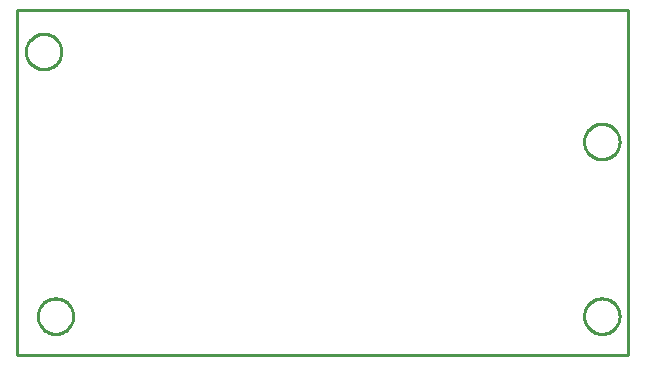
<source format=gbr>
G04 EAGLE Gerber RS-274X export*
G75*
%MOMM*%
%FSLAX34Y34*%
%LPD*%
%AMOC8*
5,1,8,0,0,1.08239X$1,22.5*%
G01*
%ADD10C,0.254000*%


D10*
X0Y508000D02*
X517400Y508000D01*
X517400Y800000D01*
X0Y800000D01*
X0Y508000D01*
X37700Y764164D02*
X37624Y763096D01*
X37471Y762035D01*
X37243Y760988D01*
X36941Y759960D01*
X36567Y758956D01*
X36122Y757981D01*
X35608Y757041D01*
X35029Y756140D01*
X34387Y755282D01*
X33685Y754472D01*
X32928Y753715D01*
X32118Y753013D01*
X31260Y752371D01*
X30359Y751792D01*
X29419Y751278D01*
X28444Y750833D01*
X27440Y750459D01*
X26412Y750157D01*
X25365Y749929D01*
X24304Y749776D01*
X23236Y749700D01*
X22164Y749700D01*
X21096Y749776D01*
X20035Y749929D01*
X18988Y750157D01*
X17960Y750459D01*
X16956Y750833D01*
X15981Y751278D01*
X15041Y751792D01*
X14140Y752371D01*
X13282Y753013D01*
X12472Y753715D01*
X11715Y754472D01*
X11013Y755282D01*
X10371Y756140D01*
X9792Y757041D01*
X9278Y757981D01*
X8833Y758956D01*
X8459Y759960D01*
X8157Y760988D01*
X7929Y762035D01*
X7776Y763096D01*
X7700Y764164D01*
X7700Y765236D01*
X7776Y766304D01*
X7929Y767365D01*
X8157Y768412D01*
X8459Y769440D01*
X8833Y770444D01*
X9278Y771419D01*
X9792Y772359D01*
X10371Y773260D01*
X11013Y774118D01*
X11715Y774928D01*
X12472Y775685D01*
X13282Y776387D01*
X14140Y777029D01*
X15041Y777608D01*
X15981Y778122D01*
X16956Y778567D01*
X17960Y778941D01*
X18988Y779243D01*
X20035Y779471D01*
X21096Y779624D01*
X22164Y779700D01*
X23236Y779700D01*
X24304Y779624D01*
X25365Y779471D01*
X26412Y779243D01*
X27440Y778941D01*
X28444Y778567D01*
X29419Y778122D01*
X30359Y777608D01*
X31260Y777029D01*
X32118Y776387D01*
X32928Y775685D01*
X33685Y774928D01*
X34387Y774118D01*
X35029Y773260D01*
X35608Y772359D01*
X36122Y771419D01*
X36567Y770444D01*
X36941Y769440D01*
X37243Y768412D01*
X37471Y767365D01*
X37624Y766304D01*
X37700Y765236D01*
X37700Y764164D01*
X47700Y540164D02*
X47624Y539096D01*
X47471Y538035D01*
X47243Y536988D01*
X46941Y535960D01*
X46567Y534956D01*
X46122Y533981D01*
X45608Y533041D01*
X45029Y532140D01*
X44387Y531282D01*
X43685Y530472D01*
X42928Y529715D01*
X42118Y529013D01*
X41260Y528371D01*
X40359Y527792D01*
X39419Y527278D01*
X38444Y526833D01*
X37440Y526459D01*
X36412Y526157D01*
X35365Y525929D01*
X34304Y525776D01*
X33236Y525700D01*
X32164Y525700D01*
X31096Y525776D01*
X30035Y525929D01*
X28988Y526157D01*
X27960Y526459D01*
X26956Y526833D01*
X25981Y527278D01*
X25041Y527792D01*
X24140Y528371D01*
X23282Y529013D01*
X22472Y529715D01*
X21715Y530472D01*
X21013Y531282D01*
X20371Y532140D01*
X19792Y533041D01*
X19278Y533981D01*
X18833Y534956D01*
X18459Y535960D01*
X18157Y536988D01*
X17929Y538035D01*
X17776Y539096D01*
X17700Y540164D01*
X17700Y541236D01*
X17776Y542304D01*
X17929Y543365D01*
X18157Y544412D01*
X18459Y545440D01*
X18833Y546444D01*
X19278Y547419D01*
X19792Y548359D01*
X20371Y549260D01*
X21013Y550118D01*
X21715Y550928D01*
X22472Y551685D01*
X23282Y552387D01*
X24140Y553029D01*
X25041Y553608D01*
X25981Y554122D01*
X26956Y554567D01*
X27960Y554941D01*
X28988Y555243D01*
X30035Y555471D01*
X31096Y555624D01*
X32164Y555700D01*
X33236Y555700D01*
X34304Y555624D01*
X35365Y555471D01*
X36412Y555243D01*
X37440Y554941D01*
X38444Y554567D01*
X39419Y554122D01*
X40359Y553608D01*
X41260Y553029D01*
X42118Y552387D01*
X42928Y551685D01*
X43685Y550928D01*
X44387Y550118D01*
X45029Y549260D01*
X45608Y548359D01*
X46122Y547419D01*
X46567Y546444D01*
X46941Y545440D01*
X47243Y544412D01*
X47471Y543365D01*
X47624Y542304D01*
X47700Y541236D01*
X47700Y540164D01*
X510300Y540164D02*
X510224Y539096D01*
X510071Y538035D01*
X509843Y536988D01*
X509541Y535960D01*
X509167Y534956D01*
X508722Y533981D01*
X508208Y533041D01*
X507629Y532140D01*
X506987Y531282D01*
X506285Y530472D01*
X505528Y529715D01*
X504718Y529013D01*
X503860Y528371D01*
X502959Y527792D01*
X502019Y527278D01*
X501044Y526833D01*
X500040Y526459D01*
X499012Y526157D01*
X497965Y525929D01*
X496904Y525776D01*
X495836Y525700D01*
X494764Y525700D01*
X493696Y525776D01*
X492635Y525929D01*
X491588Y526157D01*
X490560Y526459D01*
X489556Y526833D01*
X488581Y527278D01*
X487641Y527792D01*
X486740Y528371D01*
X485882Y529013D01*
X485072Y529715D01*
X484315Y530472D01*
X483613Y531282D01*
X482971Y532140D01*
X482392Y533041D01*
X481878Y533981D01*
X481433Y534956D01*
X481059Y535960D01*
X480757Y536988D01*
X480529Y538035D01*
X480376Y539096D01*
X480300Y540164D01*
X480300Y541236D01*
X480376Y542304D01*
X480529Y543365D01*
X480757Y544412D01*
X481059Y545440D01*
X481433Y546444D01*
X481878Y547419D01*
X482392Y548359D01*
X482971Y549260D01*
X483613Y550118D01*
X484315Y550928D01*
X485072Y551685D01*
X485882Y552387D01*
X486740Y553029D01*
X487641Y553608D01*
X488581Y554122D01*
X489556Y554567D01*
X490560Y554941D01*
X491588Y555243D01*
X492635Y555471D01*
X493696Y555624D01*
X494764Y555700D01*
X495836Y555700D01*
X496904Y555624D01*
X497965Y555471D01*
X499012Y555243D01*
X500040Y554941D01*
X501044Y554567D01*
X502019Y554122D01*
X502959Y553608D01*
X503860Y553029D01*
X504718Y552387D01*
X505528Y551685D01*
X506285Y550928D01*
X506987Y550118D01*
X507629Y549260D01*
X508208Y548359D01*
X508722Y547419D01*
X509167Y546444D01*
X509541Y545440D01*
X509843Y544412D01*
X510071Y543365D01*
X510224Y542304D01*
X510300Y541236D01*
X510300Y540164D01*
X510300Y687964D02*
X510224Y686896D01*
X510071Y685835D01*
X509843Y684788D01*
X509541Y683760D01*
X509167Y682756D01*
X508722Y681781D01*
X508208Y680841D01*
X507629Y679940D01*
X506987Y679082D01*
X506285Y678272D01*
X505528Y677515D01*
X504718Y676813D01*
X503860Y676171D01*
X502959Y675592D01*
X502019Y675078D01*
X501044Y674633D01*
X500040Y674259D01*
X499012Y673957D01*
X497965Y673729D01*
X496904Y673576D01*
X495836Y673500D01*
X494764Y673500D01*
X493696Y673576D01*
X492635Y673729D01*
X491588Y673957D01*
X490560Y674259D01*
X489556Y674633D01*
X488581Y675078D01*
X487641Y675592D01*
X486740Y676171D01*
X485882Y676813D01*
X485072Y677515D01*
X484315Y678272D01*
X483613Y679082D01*
X482971Y679940D01*
X482392Y680841D01*
X481878Y681781D01*
X481433Y682756D01*
X481059Y683760D01*
X480757Y684788D01*
X480529Y685835D01*
X480376Y686896D01*
X480300Y687964D01*
X480300Y689036D01*
X480376Y690104D01*
X480529Y691165D01*
X480757Y692212D01*
X481059Y693240D01*
X481433Y694244D01*
X481878Y695219D01*
X482392Y696159D01*
X482971Y697060D01*
X483613Y697918D01*
X484315Y698728D01*
X485072Y699485D01*
X485882Y700187D01*
X486740Y700829D01*
X487641Y701408D01*
X488581Y701922D01*
X489556Y702367D01*
X490560Y702741D01*
X491588Y703043D01*
X492635Y703271D01*
X493696Y703424D01*
X494764Y703500D01*
X495836Y703500D01*
X496904Y703424D01*
X497965Y703271D01*
X499012Y703043D01*
X500040Y702741D01*
X501044Y702367D01*
X502019Y701922D01*
X502959Y701408D01*
X503860Y700829D01*
X504718Y700187D01*
X505528Y699485D01*
X506285Y698728D01*
X506987Y697918D01*
X507629Y697060D01*
X508208Y696159D01*
X508722Y695219D01*
X509167Y694244D01*
X509541Y693240D01*
X509843Y692212D01*
X510071Y691165D01*
X510224Y690104D01*
X510300Y689036D01*
X510300Y687964D01*
M02*

</source>
